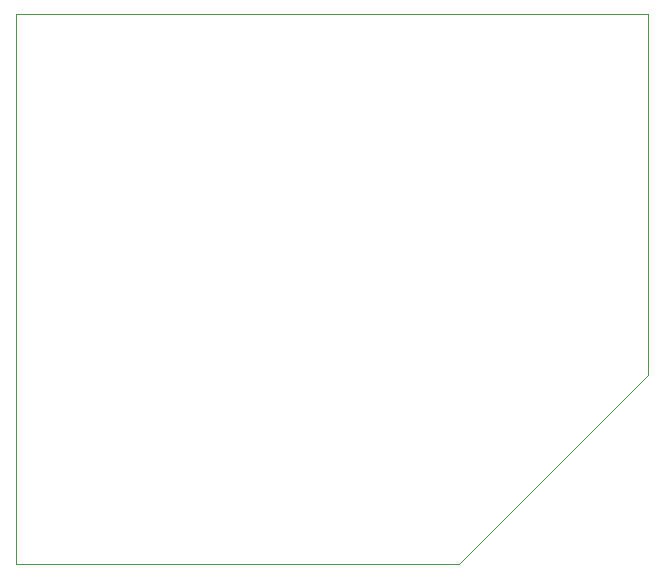
<source format=gbr>
%TF.GenerationSoftware,KiCad,Pcbnew,5.1.10*%
%TF.CreationDate,2021-06-08T01:23:06+10:00*%
%TF.ProjectId,mail-to-telegram,6d61696c-2d74-46f2-9d74-656c65677261,v1.0*%
%TF.SameCoordinates,Original*%
%TF.FileFunction,Profile,NP*%
%FSLAX46Y46*%
G04 Gerber Fmt 4.6, Leading zero omitted, Abs format (unit mm)*
G04 Created by KiCad (PCBNEW 5.1.10) date 2021-06-08 01:23:06*
%MOMM*%
%LPD*%
G01*
G04 APERTURE LIST*
%TA.AperFunction,Profile*%
%ADD10C,0.100000*%
%TD*%
G04 APERTURE END LIST*
D10*
X173500000Y-104000000D02*
X157500000Y-120000000D01*
X157500000Y-120000000D02*
X120000000Y-120000000D01*
X120000000Y-120000000D02*
X120000000Y-73500000D01*
X120000000Y-73500000D02*
X173500000Y-73500000D01*
X173500000Y-73500000D02*
X173500000Y-104000000D01*
M02*

</source>
